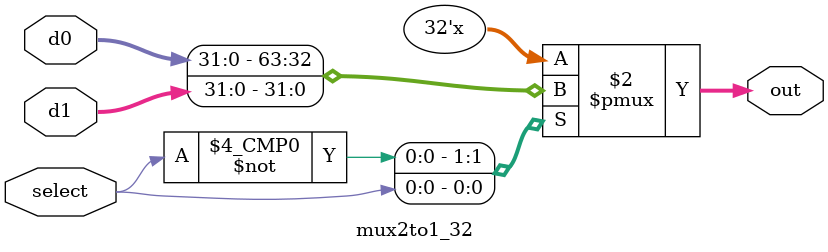
<source format=v>
`timescale 1ns / 1ps
module mux2to1_32(
    input [31:0]d0,
    input [31:0]d1,
    input select,
    output [31:0]out
);
    reg [31:0]out;
    always @ (select or d0 or d1) begin
        case(select)
            1'd0:out = d0;
            1'd1:out = d1;
        endcase
    end
endmodule

</source>
